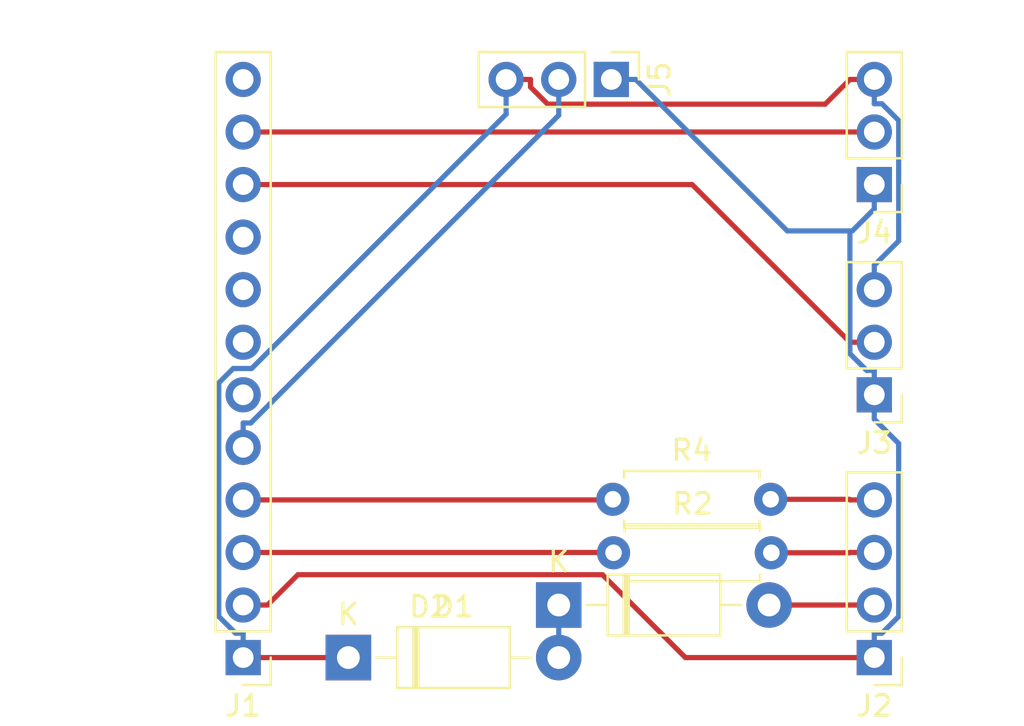
<source format=kicad_pcb>
(kicad_pcb (version 20221018) (generator pcbnew)
  (layers (0 "F.Cu" signal) (31 "B.Cu" signal) (34 "B.Paste" user) (35 "F.Paste" user) (36 "B.SilkS" user "B.Silkscreen") (37 "F.SilkS" user "F.Silkscreen") (38 "B.Mask" user) (39 "F.Mask" user) (44 "Edge.Cuts" user))
  (net 0 "")
  (net 1 "Net-(D1-K)")
  (net 2 "Net-(D1-A)")
  (net 3 "Net-(D2-A)")
  (net 4 "GND")
  (net 5 "Net-(J1-Pin_3)")
  (net 6 "Net-(J1-Pin_4)")
  (net 7 "Net-(J1-Pin_5)")
  (net 12 "Net-(J1-Pin_10)")
  (net 13 "Net-(J1-Pin_11)")
  (net 15 "Net-(J2-Pin_3)")
  (net 16 "Net-(J2-Pin_4)")
  (footprint "Connector_PinHeader_2.54mm:PinHeader_1x03_P2.54mm_Vertical" (layer "F.Cu") (at 88.9 55.88 -90)
    (fp_text reference "J5" (at 0 -2.33 90) (layer "F.SilkS"))
    (fp_text value "To Buzzer")
    (fp_line (start -1.33 -1.33) (end 0 -1.33) (stroke (width 0.12)) (layer "F.SilkS"))
    (fp_line (start -1.33 0) (end -1.33 -1.33) (stroke (width 0.12)) (layer "F.SilkS"))
    (fp_line (start -1.33 1.27) (end -1.33 6.41) (stroke (width 0.12)) (layer "F.SilkS"))
    (fp_line (start -1.33 1.27) (end 1.33 1.27) (stroke (width 0.12)) (layer "F.SilkS"))
    (fp_line (start -1.33 6.41) (end 1.33 6.41) (stroke (width 0.12)) (layer "F.SilkS"))
    (fp_line (start 1.33 1.27) (end 1.33 6.41) (stroke (width 0.12)) (layer "F.SilkS"))
    (pad "1" thru_hole rect (at 0 0 270) (size 1.7 1.7) (drill 1) (layers "*.Cu" "*.Mask") (net 4 "GND"))
    (pad "2" thru_hole oval (at 0 2.54 270) (size 1.7 1.7) (drill 1) (layers "*.Cu" "*.Mask") (net 7 "Net-(J1-Pin_5)"))
    (pad "3" thru_hole oval (at 0 5.08 270) (size 1.7 1.7) (drill 1) (layers "*.Cu" "*.Mask") (net 1 "Net-(D1-K)"))
  )
  (footprint "Connector_PinHeader_2.54mm:PinHeader_1x04_P2.54mm_Vertical" (layer "F.Cu") (at 101.6 83.82 180)
    (fp_text reference "J2" (at 0 -2.33) (layer "F.SilkS"))
    (fp_text value "To RC car receiver")
    (fp_line (start -1.33 -1.33) (end 0 -1.33) (stroke (width 0.12)) (layer "F.SilkS"))
    (fp_line (start -1.33 0) (end -1.33 -1.33) (stroke (width 0.12)) (layer "F.SilkS"))
    (fp_line (start -1.33 1.27) (end -1.33 8.95) (stroke (width 0.12)) (layer "F.SilkS"))
    (fp_line (start -1.33 1.27) (end 1.33 1.27) (stroke (width 0.12)) (layer "F.SilkS"))
    (fp_line (start -1.33 8.95) (end 1.33 8.95) (stroke (width 0.12)) (layer "F.SilkS"))
    (fp_line (start 1.33 1.27) (end 1.33 8.95) (stroke (width 0.12)) (layer "F.SilkS"))
    (pad "1" thru_hole rect (at 0 0 180) (size 1.7 1.7) (drill 1) (layers "*.Cu" "*.Mask") (net 4 "GND"))
    (pad "2" thru_hole oval (at 0 2.54 180) (size 1.7 1.7) (drill 1) (layers "*.Cu" "*.Mask") (net 3 "Net-(D2-A)"))
    (pad "3" thru_hole oval (at 0 5.08 180) (size 1.7 1.7) (drill 1) (layers "*.Cu" "*.Mask") (net 15 "Net-(J2-Pin_3)"))
    (pad "4" thru_hole oval (at 0 7.62 180) (size 1.7 1.7) (drill 1) (layers "*.Cu" "*.Mask") (net 16 "Net-(J2-Pin_4)"))
  )
  (footprint "Resistor_THT:R_Axial_DIN0207_L6.3mm_D2.5mm_P7.62mm_Horizontal" (layer "F.Cu") (at 89.0062 78.7554)
    (fp_text reference "R2" (at 3.81 -2.37) (layer "F.SilkS"))
    (fp_text value "10K")
    (fp_line (start 0.54 -1.37) (end 7.08 -1.37) (stroke (width 0.12)) (layer "F.SilkS"))
    (fp_line (start 0.54 -1.04) (end 0.54 -1.37) (stroke (width 0.12)) (layer "F.SilkS"))
    (fp_line (start 0.54 1.04) (end 0.54 1.37) (stroke (width 0.12)) (layer "F.SilkS"))
    (fp_line (start 0.54 1.37) (end 7.08 1.37) (stroke (width 0.12)) (layer "F.SilkS"))
    (fp_line (start 7.08 -1.37) (end 7.08 -1.04) (stroke (width 0.12)) (layer "F.SilkS"))
    (fp_line (start 7.08 1.37) (end 7.08 1.04) (stroke (width 0.12)) (layer "F.SilkS"))
    (pad "1" thru_hole circle (at 0 0) (size 1.6 1.6) (drill 0.8) (layers "*.Cu" "*.Mask") (net 5 "Net-(J1-Pin_3)"))
    (pad "2" thru_hole oval (at 7.62 0) (size 1.6 1.6) (drill 0.8) (layers "*.Cu" "*.Mask") (net 15 "Net-(J2-Pin_3)"))
  )
  (footprint "Diode_THT:D_DO-41_SOD81_P10.16mm_Horizontal" (layer "F.Cu") (at 76.2 83.82)
    (fp_text reference "D1" (at 5.08 -2.47) (layer "F.SilkS"))
    (fp_text value "1N4001")
    (fp_text user "K" (at 0 -2.1) (layer "F.SilkS"))
    (fp_line (start 1.34 0) (end 2.36 0) (stroke (width 0.12)) (layer "F.SilkS"))
    (fp_line (start 2.36 -1.47) (end 2.36 1.47) (stroke (width 0.12)) (layer "F.SilkS"))
    (fp_line (start 2.36 1.47) (end 7.8 1.47) (stroke (width 0.12)) (layer "F.SilkS"))
    (fp_line (start 3.14 -1.47) (end 3.14 1.47) (stroke (width 0.12)) (layer "F.SilkS"))
    (fp_line (start 3.26 -1.47) (end 3.26 1.47) (stroke (width 0.12)) (layer "F.SilkS"))
    (fp_line (start 3.38 -1.47) (end 3.38 1.47) (stroke (width 0.12)) (layer "F.SilkS"))
    (fp_line (start 7.8 -1.47) (end 2.36 -1.47) (stroke (width 0.12)) (layer "F.SilkS"))
    (fp_line (start 7.8 1.47) (end 7.8 -1.47) (stroke (width 0.12)) (layer "F.SilkS"))
    (fp_line (start 8.82 0) (end 7.8 0) (stroke (width 0.12)) (layer "F.SilkS"))
    (pad "1" thru_hole rect (at 0 0) (size 2.2 2.2) (drill 1.1) (layers "*.Cu" "*.Mask") (net 1 "Net-(D1-K)"))
    (pad "2" thru_hole oval (at 10.16 0) (size 2.2 2.2) (drill 1.1) (layers "*.Cu" "*.Mask") (net 2 "Net-(D1-A)"))
  )
  (footprint "Resistor_THT:R_Axial_DIN0207_L6.3mm_D2.5mm_P7.62mm_Horizontal" (layer "F.Cu") (at 88.9737 76.1709)
    (fp_text reference "R4" (at 3.81 -2.37) (layer "F.SilkS"))
    (fp_text value "10K")
    (fp_line (start 0.54 -1.37) (end 7.08 -1.37) (stroke (width 0.12)) (layer "F.SilkS"))
    (fp_line (start 0.54 -1.04) (end 0.54 -1.37) (stroke (width 0.12)) (layer "F.SilkS"))
    (fp_line (start 0.54 1.04) (end 0.54 1.37) (stroke (width 0.12)) (layer "F.SilkS"))
    (fp_line (start 0.54 1.37) (end 7.08 1.37) (stroke (width 0.12)) (layer "F.SilkS"))
    (fp_line (start 7.08 -1.37) (end 7.08 -1.04) (stroke (width 0.12)) (layer "F.SilkS"))
    (fp_line (start 7.08 1.37) (end 7.08 1.04) (stroke (width 0.12)) (layer "F.SilkS"))
    (pad "1" thru_hole circle (at 0 0) (size 1.6 1.6) (drill 0.8) (layers "*.Cu" "*.Mask") (net 6 "Net-(J1-Pin_4)"))
    (pad "2" thru_hole oval (at 7.62 0) (size 1.6 1.6) (drill 0.8) (layers "*.Cu" "*.Mask") (net 16 "Net-(J2-Pin_4)"))
  )
  (footprint "Connector_PinHeader_2.54mm:PinHeader_1x12_P2.54mm_Vertical" (layer "F.Cu") (at 71.12 83.82 180)
    (fp_text reference "J1" (at 0 -2.33) (layer "F.SilkS"))
    (fp_text value "To TTGO T-Display left header")
    (fp_line (start -1.33 -1.33) (end 0 -1.33) (stroke (width 0.12)) (layer "F.SilkS"))
    (fp_line (start -1.33 0) (end -1.33 -1.33) (stroke (width 0.12)) (layer "F.SilkS"))
    (fp_line (start -1.33 1.27) (end -1.33 29.27) (stroke (width 0.12)) (layer "F.SilkS"))
    (fp_line (start -1.33 1.27) (end 1.33 1.27) (stroke (width 0.12)) (layer "F.SilkS"))
    (fp_line (start -1.33 29.27) (end 1.33 29.27) (stroke (width 0.12)) (layer "F.SilkS"))
    (fp_line (start 1.33 1.27) (end 1.33 29.27) (stroke (width 0.12)) (layer "F.SilkS"))
    (pad "1" thru_hole rect (at 0 0 180) (size 1.7 1.7) (drill 1) (layers "*.Cu" "*.Mask") (net 1 "Net-(D1-K)"))
    (pad "2" thru_hole oval (at 0 2.54 180) (size 1.7 1.7) (drill 1) (layers "*.Cu" "*.Mask") (net 4 "GND"))
    (pad "3" thru_hole oval (at 0 5.08 180) (size 1.7 1.7) (drill 1) (layers "*.Cu" "*.Mask") (net 5 "Net-(J1-Pin_3)"))
    (pad "4" thru_hole oval (at 0 7.62 180) (size 1.7 1.7) (drill 1) (layers "*.Cu" "*.Mask") (net 6 "Net-(J1-Pin_4)"))
    (pad "5" thru_hole oval (at 0 10.16 180) (size 1.7 1.7) (drill 1) (layers "*.Cu" "*.Mask") (net 7 "Net-(J1-Pin_5)"))
    (pad "6" thru_hole oval (at 0 12.7 180) (size 1.7 1.7) (drill 1) (layers "*.Cu" "*.Mask"))
    (pad "7" thru_hole oval (at 0 15.24 180) (size 1.7 1.7) (drill 1) (layers "*.Cu" "*.Mask"))
    (pad "8" thru_hole oval (at 0 17.78 180) (size 1.7 1.7) (drill 1) (layers "*.Cu" "*.Mask"))
    (pad "9" thru_hole oval (at 0 20.32 180) (size 1.7 1.7) (drill 1) (layers "*.Cu" "*.Mask"))
    (pad "10" thru_hole oval (at 0 22.86 180) (size 1.7 1.7) (drill 1) (layers "*.Cu" "*.Mask") (net 12 "Net-(J1-Pin_10)"))
    (pad "11" thru_hole oval (at 0 25.4 180) (size 1.7 1.7) (drill 1) (layers "*.Cu" "*.Mask") (net 13 "Net-(J1-Pin_11)"))
    (pad "12" thru_hole oval (at 0 27.94 180) (size 1.7 1.7) (drill 1) (layers "*.Cu" "*.Mask"))
  )
  (footprint "Diode_THT:D_DO-41_SOD81_P10.16mm_Horizontal" (layer "F.Cu") (at 86.36 81.28)
    (fp_text reference "D2" (at -6.243754 0.085438) (layer "F.SilkS"))
    (fp_text value "1N4001")
    (fp_text user "K" (at 0 -2.1) (layer "F.SilkS"))
    (fp_line (start 1.34 0) (end 2.36 0) (stroke (width 0.12)) (layer "F.SilkS"))
    (fp_line (start 2.36 -1.47) (end 2.36 1.47) (stroke (width 0.12)) (layer "F.SilkS"))
    (fp_line (start 2.36 1.47) (end 7.8 1.47) (stroke (width 0.12)) (layer "F.SilkS"))
    (fp_line (start 3.14 -1.47) (end 3.14 1.47) (stroke (width 0.12)) (layer "F.SilkS"))
    (fp_line (start 3.26 -1.47) (end 3.26 1.47) (stroke (width 0.12)) (layer "F.SilkS"))
    (fp_line (start 3.38 -1.47) (end 3.38 1.47) (stroke (width 0.12)) (layer "F.SilkS"))
    (fp_line (start 7.8 -1.47) (end 2.36 -1.47) (stroke (width 0.12)) (layer "F.SilkS"))
    (fp_line (start 7.8 1.47) (end 7.8 -1.47) (stroke (width 0.12)) (layer "F.SilkS"))
    (fp_line (start 8.82 0) (end 7.8 0) (stroke (width 0.12)) (layer "F.SilkS"))
    (pad "1" thru_hole rect (at 0 0) (size 2.2 2.2) (drill 1.1) (layers "*.Cu" "*.Mask") (net 2 "Net-(D1-A)"))
    (pad "2" thru_hole oval (at 10.16 0) (size 2.2 2.2) (drill 1.1) (layers "*.Cu" "*.Mask") (net 3 "Net-(D2-A)"))
  )
  (footprint "Connector_PinHeader_2.54mm:PinHeader_1x03_P2.54mm_Vertical" (layer "F.Cu") (at 101.6 71.12 180)
    (fp_text reference "J3" (at 0 -2.33) (layer "F.SilkS"))
    (fp_text value "To LED strip #1")
    (fp_line (start -1.33 -1.33) (end 0 -1.33) (stroke (width 0.12)) (layer "F.SilkS"))
    (fp_line (start -1.33 0) (end -1.33 -1.33) (stroke (width 0.12)) (layer "F.SilkS"))
    (fp_line (start -1.33 1.27) (end -1.33 6.41) (stroke (width 0.12)) (layer "F.SilkS"))
    (fp_line (start -1.33 1.27) (end 1.33 1.27) (stroke (width 0.12)) (layer "F.SilkS"))
    (fp_line (start -1.33 6.41) (end 1.33 6.41) (stroke (width 0.12)) (layer "F.SilkS"))
    (fp_line (start 1.33 1.27) (end 1.33 6.41) (stroke (width 0.12)) (layer "F.SilkS"))
    (pad "1" thru_hole rect (at 0 0 180) (size 1.7 1.7) (drill 1) (layers "*.Cu" "*.Mask") (net 4 "GND"))
    (pad "2" thru_hole oval (at 0 2.54 180) (size 1.7 1.7) (drill 1) (layers "*.Cu" "*.Mask") (net 12 "Net-(J1-Pin_10)"))
    (pad "3" thru_hole oval (at 0 5.08 180) (size 1.7 1.7) (drill 1) (layers "*.Cu" "*.Mask") (net 1 "Net-(D1-K)"))
  )
  (footprint "Connector_PinHeader_2.54mm:PinHeader_1x03_P2.54mm_Vertical" (layer "F.Cu") (at 101.6 60.96 180)
    (fp_text reference "J4" (at 0 -2.33) (layer "F.SilkS"))
    (fp_text value "To LED strip #2")
    (fp_line (start -1.33 -1.33) (end 0 -1.33) (stroke (width 0.12)) (layer "F.SilkS"))
    (fp_line (start -1.33 0) (end -1.33 -1.33) (stroke (width 0.12)) (layer "F.SilkS"))
    (fp_line (start -1.33 1.27) (end -1.33 6.41) (stroke (width 0.12)) (layer "F.SilkS"))
    (fp_line (start -1.33 1.27) (end 1.33 1.27) (stroke (width 0.12)) (layer "F.SilkS"))
    (fp_line (start -1.33 6.41) (end 1.33 6.41) (stroke (width 0.12)) (layer "F.SilkS"))
    (fp_line (start 1.33 1.27) (end 1.33 6.41) (stroke (width 0.12)) (layer "F.SilkS"))
    (pad "1" thru_hole rect (at 0 0 180) (size 1.7 1.7) (drill 1) (layers "*.Cu" "*.Mask") (net 4 "GND"))
    (pad "2" thru_hole oval (at 0 2.54 180) (size 1.7 1.7) (drill 1) (layers "*.Cu" "*.Mask") (net 13 "Net-(J1-Pin_11)"))
    (pad "3" thru_hole oval (at 0 5.08 180) (size 1.7 1.7) (drill 1) (layers "*.Cu" "*.Mask") (net 1 "Net-(D1-K)"))
  )
  (segment (start 83.82 55.88) (end 84.9969 55.88) (width 0.25) (layer "F.Cu") (net 1))
  (segment (start 84.9969 56.2458) (end 84.9969 55.88) (width 0.25) (layer "F.Cu") (net 1))
  (segment (start 85.8259 57.0748) (end 84.9969 56.2458) (width 0.25) (layer "F.Cu") (net 1))
  (segment (start 100.4231 55.88) (end 99.2283 57.0748) (width 0.25) (layer "F.Cu") (net 1))
  (segment (start 99.2283 57.0748) (end 85.8259 57.0748) (width 0.25) (layer "F.Cu") (net 1))
  (segment (start 71.12 83.82) (end 76.2 83.82) (width 0.25) (layer "F.Cu") (net 1))
  (segment (start 101.6 55.88) (end 100.4231 55.88) (width 0.25) (layer "F.Cu") (net 1))
  (segment (start 101.9679 57.0569) (end 102.7769 57.8659) (width 0.25) (layer "B.Cu") (net 1))
  (segment (start 102.7769 57.8659) (end 102.7769 63.6862) (width 0.25) (layer "B.Cu") (net 1))
  (segment (start 101.6 55.88) (end 101.6 57.0569) (width 0.25) (layer "B.Cu") (net 1))
  (segment (start 71.12 83.82) (end 71.12 82.6431) (width 0.25) (layer "B.Cu") (net 1))
  (segment (start 101.6 66.04) (end 101.6 64.8631) (width 0.25) (layer "B.Cu") (net 1))
  (segment (start 69.9431 81.8341) (end 70.7521 82.6431) (width 0.25) (layer "B.Cu") (net 1))
  (segment (start 102.7769 63.6862) (end 101.6 64.8631) (width 0.25) (layer "B.Cu") (net 1))
  (segment (start 101.6 57.0569) (end 101.9679 57.0569) (width 0.25) (layer "B.Cu") (net 1))
  (segment (start 83.82 55.88) (end 83.82 57.557) (width 0.25) (layer "B.Cu") (net 1))
  (segment (start 70.7521 82.6431) (end 71.12 82.6431) (width 0.25) (layer "B.Cu") (net 1))
  (segment (start 83.82 57.557) (end 71.527 69.85) (width 0.25) (layer "B.Cu") (net 1))
  (segment (start 69.9431 70.5438) (end 69.9431 81.8341) (width 0.25) (layer "B.Cu") (net 1))
  (segment (start 70.6369 69.85) (end 69.9431 70.5438) (width 0.25) (layer "B.Cu") (net 1))
  (segment (start 71.527 69.85) (end 70.6369 69.85) (width 0.25) (layer "B.Cu") (net 1))
  (segment (start 86.36 81.28) (end 86.36 83.82) (width 0.25) (layer "B.Cu") (net 2))
  (segment (start 96.52 81.28) (end 101.6 81.28) (width 0.25) (layer "F.Cu") (net 3))
  (segment (start 88.4719 79.8147) (end 92.4772 83.82) (width 0.25) (layer "F.Cu") (net 4))
  (segment (start 71.12 81.28) (end 72.2969 81.28) (width 0.25) (layer "F.Cu") (net 4))
  (segment (start 72.2969 81.28) (end 73.7622 79.8147) (width 0.25) (layer "F.Cu") (net 4))
  (segment (start 73.7622 79.8147) (end 88.4719 79.8147) (width 0.25) (layer "F.Cu") (net 4))
  (segment (start 92.4772 83.82) (end 101.6 83.82) (width 0.25) (layer "F.Cu") (net 4))
  (segment (start 88.9 55.88) (end 90.0769 55.88) (width 0.25) (layer "B.Cu") (net 4))
  (segment (start 100.4231 63.2004) (end 100.4231 69.1341) (width 0.25) (layer "B.Cu") (net 4))
  (segment (start 101.6 71.12) (end 101.6 72.2969) (width 0.25) (layer "B.Cu") (net 4))
  (segment (start 100.5365 63.2004) (end 100.4231 63.2004) (width 0.25) (layer "B.Cu") (net 4))
  (segment (start 101.6 83.82) (end 101.6 82.6431) (width 0.25) (layer "B.Cu") (net 4))
  (segment (start 101.9679 82.6431) (end 101.6 82.6431) (width 0.25) (layer "B.Cu") (net 4))
  (segment (start 100.4231 63.2004) (end 97.3973 63.2004) (width 0.25) (layer "B.Cu") (net 4))
  (segment (start 97.3973 63.2004) (end 90.0769 55.88) (width 0.25) (layer "B.Cu") (net 4))
  (segment (start 100.4231 69.1341) (end 101.2321 69.9431) (width 0.25) (layer "B.Cu") (net 4))
  (segment (start 102.7769 73.4738) (end 102.7769 81.8341) (width 0.25) (layer "B.Cu") (net 4))
  (segment (start 101.6 71.12) (end 101.6 69.9431) (width 0.25) (layer "B.Cu") (net 4))
  (segment (start 101.6 62.1369) (end 100.5365 63.2004) (width 0.25) (layer "B.Cu") (net 4))
  (segment (start 101.6 60.96) (end 101.6 62.1369) (width 0.25) (layer "B.Cu") (net 4))
  (segment (start 101.6 72.2969) (end 102.7769 73.4738) (width 0.25) (layer "B.Cu") (net 4))
  (segment (start 102.7769 81.8341) (end 101.9679 82.6431) (width 0.25) (layer "B.Cu") (net 4))
  (segment (start 101.2321 69.9431) (end 101.6 69.9431) (width 0.25) (layer "B.Cu") (net 4))
  (segment (start 71.12 78.74) (end 88.9908 78.74) (width 0.25) (layer "F.Cu") (net 5))
  (segment (start 88.9908 78.74) (end 89.0062 78.7554) (width 0.25) (layer "F.Cu") (net 5))
  (segment (start 71.12 76.2) (end 88.9446 76.2) (width 0.25) (layer "F.Cu") (net 6))
  (segment (start 88.9446 76.2) (end 88.9737 76.1709) (width 0.25) (layer "F.Cu") (net 6))
  (segment (start 86.36 57.6109) (end 86.36 55.88) (width 0.25) (layer "B.Cu") (net 7))
  (segment (start 71.12 72.4831) (end 71.4878 72.4831) (width 0.25) (layer "B.Cu") (net 7))
  (segment (start 71.12 73.66) (end 71.12 72.4831) (width 0.25) (layer "B.Cu") (net 7))
  (segment (start 71.4878 72.4831) (end 86.36 57.6109) (width 0.25) (layer "B.Cu") (net 7))
  (segment (start 92.8031 60.96) (end 71.12 60.96) (width 0.25) (layer "F.Cu") (net 12))
  (segment (start 100.4231 68.58) (end 92.8031 60.96) (width 0.25) (layer "F.Cu") (net 12))
  (segment (start 101.6 68.58) (end 100.4231 68.58) (width 0.25) (layer "F.Cu") (net 12))
  (segment (start 101.6 58.42) (end 71.12 58.42) (width 0.25) (layer "F.Cu") (net 13))
  (segment (start 96.6262 78.7554) (end 100.4077 78.7554) (width 0.25) (layer "F.Cu") (net 15))
  (segment (start 100.4077 78.7554) (end 100.4231 78.74) (width 0.25) (layer "F.Cu") (net 15))
  (segment (start 101.6 78.74) (end 100.4231 78.74) (width 0.25) (layer "F.Cu") (net 15))
  (segment (start 100.394 76.1709) (end 100.4231 76.2) (width 0.25) (layer "F.Cu") (net 16))
  (segment (start 101.6 76.2) (end 100.4231 76.2) (width 0.25) (layer "F.Cu") (net 16))
  (segment (start 96.5937 76.1709) (end 100.394 76.1709) (width 0.25) (layer "F.Cu") (net 16))
)
</source>
